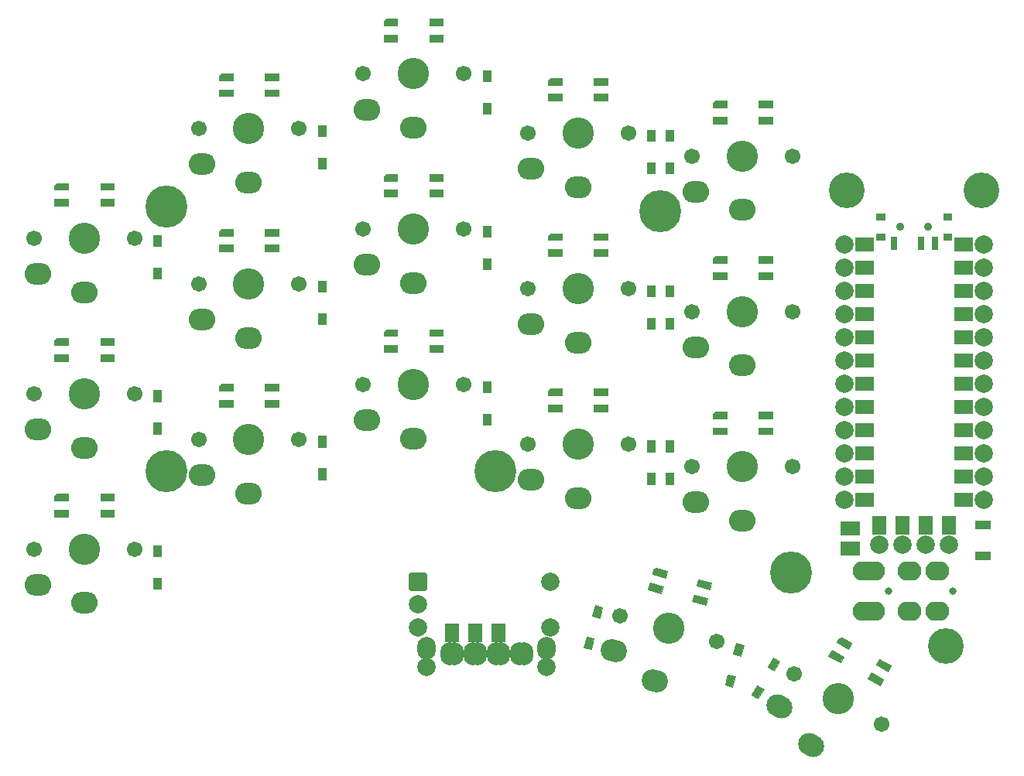
<source format=gbs>
G04 #@! TF.GenerationSoftware,KiCad,Pcbnew,7.0.2-0*
G04 #@! TF.CreationDate,2023-05-28T19:55:49+02:00*
G04 #@! TF.ProjectId,arkenswoop,61726b65-6e73-4776-9f6f-702e6b696361,0.4.2*
G04 #@! TF.SameCoordinates,Original*
G04 #@! TF.FileFunction,Soldermask,Bot*
G04 #@! TF.FilePolarity,Negative*
%FSLAX46Y46*%
G04 Gerber Fmt 4.6, Leading zero omitted, Abs format (unit mm)*
G04 Created by KiCad (PCBNEW 7.0.2-0) date 2023-05-28 19:55:49*
%MOMM*%
%LPD*%
G01*
G04 APERTURE LIST*
G04 Aperture macros list*
%AMRoundRect*
0 Rectangle with rounded corners*
0 $1 Rounding radius*
0 $2 $3 $4 $5 $6 $7 $8 $9 X,Y pos of 4 corners*
0 Add a 4 corners polygon primitive as box body*
4,1,4,$2,$3,$4,$5,$6,$7,$8,$9,$2,$3,0*
0 Add four circle primitives for the rounded corners*
1,1,$1+$1,$2,$3*
1,1,$1+$1,$4,$5*
1,1,$1+$1,$6,$7*
1,1,$1+$1,$8,$9*
0 Add four rect primitives between the rounded corners*
20,1,$1+$1,$2,$3,$4,$5,0*
20,1,$1+$1,$4,$5,$6,$7,0*
20,1,$1+$1,$6,$7,$8,$9,0*
20,1,$1+$1,$8,$9,$2,$3,0*%
%AMHorizOval*
0 Thick line with rounded ends*
0 $1 width*
0 $2 $3 position (X,Y) of the first rounded end (center of the circle)*
0 $4 $5 position (X,Y) of the second rounded end (center of the circle)*
0 Add line between two ends*
20,1,$1,$2,$3,$4,$5,0*
0 Add two circle primitives to create the rounded ends*
1,1,$1,$2,$3*
1,1,$1,$4,$5*%
%AMFreePoly0*
4,1,22,0.686777,0.580194,0.756366,0.524698,0.794986,0.444504,0.800000,0.400000,0.800000,0.200000,0.780194,0.113223,0.741421,0.058579,0.141421,-0.541421,0.066056,-0.588777,-0.022393,-0.598742,-0.106406,-0.569345,-0.141421,-0.541421,-0.741421,0.058579,-0.788777,0.133944,-0.800000,0.200000,-0.800000,0.400000,-0.780194,0.486777,-0.724698,0.556366,-0.644504,0.594986,-0.600000,0.600000,
0.600000,0.600000,0.686777,0.580194,0.686777,0.580194,$1*%
%AMFreePoly1*
4,1,26,0.706406,1.169345,0.769345,1.106406,0.798742,1.022393,0.800000,1.000000,0.800000,-0.250000,0.780194,-0.336777,0.724698,-0.406366,0.644504,-0.444986,0.600000,-0.450000,-0.600000,-0.450000,-0.686777,-0.430194,-0.756366,-0.374698,-0.794986,-0.294504,-0.800000,-0.250000,-0.800000,1.000000,-0.780194,1.086777,-0.724698,1.156366,-0.644504,1.194986,-0.555496,1.194986,-0.475302,1.156366,
-0.458579,1.141421,0.000000,0.682842,0.458579,1.141421,0.533944,1.188777,0.622393,1.198742,0.706406,1.169345,0.706406,1.169345,$1*%
G04 Aperture macros list end*
%ADD10C,0.100000*%
%ADD11C,4.600000*%
%ADD12C,1.701800*%
%ADD13C,3.429000*%
%ADD14O,2.900000X2.400000*%
%ADD15O,2.000000X2.500000*%
%ADD16FreePoly0,180.000000*%
%ADD17FreePoly1,180.000000*%
%ADD18C,2.000000*%
%ADD19HorizOval,2.400000X0.216506X-0.125000X-0.216506X0.125000X0*%
%ADD20C,0.900000*%
%ADD21RoundRect,0.200000X-0.800000X-0.800000X0.800000X-0.800000X0.800000X0.800000X-0.800000X0.800000X0*%
%ADD22C,3.900000*%
%ADD23FreePoly0,90.000000*%
%ADD24FreePoly0,270.000000*%
%ADD25FreePoly1,90.000000*%
%ADD26FreePoly1,270.000000*%
%ADD27C,0.800000*%
%ADD28O,2.600000X2.100000*%
%ADD29HorizOval,2.400000X0.241481X-0.064705X-0.241481X0.064705X0*%
G04 APERTURE END LIST*
D10*
X115654545Y-70064476D02*
X114804545Y-70064476D01*
X114804545Y-68864476D01*
X115654545Y-68864476D01*
X115654545Y-70064476D01*
G36*
X115654545Y-70064476D02*
G01*
X114804545Y-70064476D01*
X114804545Y-68864476D01*
X115654545Y-68864476D01*
X115654545Y-70064476D01*
G37*
X115654545Y-73614476D02*
X114804545Y-73614476D01*
X114804545Y-72414476D01*
X115654545Y-72414476D01*
X115654545Y-73614476D01*
G36*
X115654545Y-73614476D02*
G01*
X114804545Y-73614476D01*
X114804545Y-72414476D01*
X115654545Y-72414476D01*
X115654545Y-73614476D01*
G37*
X74479541Y-83689973D02*
X72979541Y-83689973D01*
X72979541Y-82939973D01*
X74479541Y-82939973D01*
X74479541Y-83689973D01*
G36*
X74479541Y-83689973D02*
G01*
X72979541Y-83689973D01*
X72979541Y-82939973D01*
X74479541Y-82939973D01*
X74479541Y-83689973D01*
G37*
X74479541Y-81939973D02*
X72979541Y-81939973D01*
X72979541Y-81189973D01*
X74479541Y-81189973D01*
X74479541Y-81939973D01*
G36*
X74479541Y-81939973D02*
G01*
X72979541Y-81939973D01*
X72979541Y-81189973D01*
X74479541Y-81189973D01*
X74479541Y-81939973D01*
G37*
X69479541Y-83689973D02*
X67979541Y-83689973D01*
X67979541Y-82939973D01*
X69479541Y-82939973D01*
X69479541Y-83689973D01*
G36*
X69479541Y-83689973D02*
G01*
X67979541Y-83689973D01*
X67979541Y-82939973D01*
X69479541Y-82939973D01*
X69479541Y-83689973D01*
G37*
X69479541Y-81939973D02*
X67979541Y-81939973D01*
X67979541Y-81439973D01*
X68229541Y-81189973D01*
X69479541Y-81189973D01*
X69479541Y-81939973D01*
G36*
X69479541Y-81939973D02*
G01*
X67979541Y-81939973D01*
X67979541Y-81439973D01*
X68229541Y-81189973D01*
X69479541Y-81189973D01*
X69479541Y-81939973D01*
G37*
X111933509Y-131074094D02*
X110917509Y-131074094D01*
X110917509Y-130058094D01*
X111933509Y-130058094D01*
X111933509Y-131074094D01*
G36*
X111933509Y-131074094D02*
G01*
X110917509Y-131074094D01*
X110917509Y-130058094D01*
X111933509Y-130058094D01*
X111933509Y-131074094D01*
G37*
X114473509Y-131074094D02*
X113457509Y-131074094D01*
X113457509Y-130058094D01*
X114473509Y-130058094D01*
X114473509Y-131074094D01*
G36*
X114473509Y-131074094D02*
G01*
X113457509Y-131074094D01*
X113457509Y-130058094D01*
X114473509Y-130058094D01*
X114473509Y-131074094D01*
G37*
X117013509Y-131074094D02*
X115997509Y-131074094D01*
X115997509Y-130058094D01*
X117013509Y-130058094D01*
X117013509Y-131074094D01*
G36*
X117013509Y-131074094D02*
G01*
X115997509Y-131074094D01*
X115997509Y-130058094D01*
X117013509Y-130058094D01*
X117013509Y-131074094D01*
G37*
X146479547Y-74689469D02*
X144979547Y-74689469D01*
X144979547Y-73939469D01*
X146479547Y-73939469D01*
X146479547Y-74689469D01*
G36*
X146479547Y-74689469D02*
G01*
X144979547Y-74689469D01*
X144979547Y-73939469D01*
X146479547Y-73939469D01*
X146479547Y-74689469D01*
G37*
X146479547Y-72939469D02*
X144979547Y-72939469D01*
X144979547Y-72189469D01*
X146479547Y-72189469D01*
X146479547Y-72939469D01*
G36*
X146479547Y-72939469D02*
G01*
X144979547Y-72939469D01*
X144979547Y-72189469D01*
X146479547Y-72189469D01*
X146479547Y-72939469D01*
G37*
X141479547Y-74689469D02*
X139979547Y-74689469D01*
X139979547Y-73939469D01*
X141479547Y-73939469D01*
X141479547Y-74689469D01*
G36*
X141479547Y-74689469D02*
G01*
X139979547Y-74689469D01*
X139979547Y-73939469D01*
X141479547Y-73939469D01*
X141479547Y-74689469D01*
G37*
X141479547Y-72939469D02*
X139979547Y-72939469D01*
X139979547Y-72439469D01*
X140229547Y-72189469D01*
X141479547Y-72189469D01*
X141479547Y-72939469D01*
G36*
X141479547Y-72939469D02*
G01*
X139979547Y-72939469D01*
X139979547Y-72439469D01*
X140229547Y-72189469D01*
X141479547Y-72189469D01*
X141479547Y-72939469D01*
G37*
X79654545Y-105064969D02*
X78804545Y-105064969D01*
X78804545Y-103864969D01*
X79654545Y-103864969D01*
X79654545Y-105064969D01*
G36*
X79654545Y-105064969D02*
G01*
X78804545Y-105064969D01*
X78804545Y-103864969D01*
X79654545Y-103864969D01*
X79654545Y-105064969D01*
G37*
X79654545Y-108614969D02*
X78804545Y-108614969D01*
X78804545Y-107414969D01*
X79654545Y-107414969D01*
X79654545Y-108614969D01*
G36*
X79654545Y-108614969D02*
G01*
X78804545Y-108614969D01*
X78804545Y-107414969D01*
X79654545Y-107414969D01*
X79654545Y-108614969D01*
G37*
X92479543Y-71689972D02*
X90979543Y-71689972D01*
X90979543Y-70939972D01*
X92479543Y-70939972D01*
X92479543Y-71689972D01*
G36*
X92479543Y-71689972D02*
G01*
X90979543Y-71689972D01*
X90979543Y-70939972D01*
X92479543Y-70939972D01*
X92479543Y-71689972D01*
G37*
X92479543Y-69939972D02*
X90979543Y-69939972D01*
X90979543Y-69189972D01*
X92479543Y-69189972D01*
X92479543Y-69939972D01*
G36*
X92479543Y-69939972D02*
G01*
X90979543Y-69939972D01*
X90979543Y-69189972D01*
X92479543Y-69189972D01*
X92479543Y-69939972D01*
G37*
X87479543Y-71689972D02*
X85979543Y-71689972D01*
X85979543Y-70939972D01*
X87479543Y-70939972D01*
X87479543Y-71689972D01*
G36*
X87479543Y-71689972D02*
G01*
X85979543Y-71689972D01*
X85979543Y-70939972D01*
X87479543Y-70939972D01*
X87479543Y-71689972D01*
G37*
X87479543Y-69939972D02*
X85979543Y-69939972D01*
X85979543Y-69439972D01*
X86229543Y-69189972D01*
X87479543Y-69189972D01*
X87479543Y-69939972D01*
G36*
X87479543Y-69939972D02*
G01*
X85979543Y-69939972D01*
X85979543Y-69439972D01*
X86229543Y-69189972D01*
X87479543Y-69189972D01*
X87479543Y-69939972D01*
G37*
X110479547Y-99689471D02*
X108979547Y-99689471D01*
X108979547Y-98939471D01*
X110479547Y-98939471D01*
X110479547Y-99689471D01*
G36*
X110479547Y-99689471D02*
G01*
X108979547Y-99689471D01*
X108979547Y-98939471D01*
X110479547Y-98939471D01*
X110479547Y-99689471D01*
G37*
X110479547Y-97939471D02*
X108979547Y-97939471D01*
X108979547Y-97189471D01*
X110479547Y-97189471D01*
X110479547Y-97939471D01*
G36*
X110479547Y-97939471D02*
G01*
X108979547Y-97939471D01*
X108979547Y-97189471D01*
X110479547Y-97189471D01*
X110479547Y-97939471D01*
G37*
X105479547Y-99689471D02*
X103979547Y-99689471D01*
X103979547Y-98939471D01*
X105479547Y-98939471D01*
X105479547Y-99689471D01*
G36*
X105479547Y-99689471D02*
G01*
X103979547Y-99689471D01*
X103979547Y-98939471D01*
X105479547Y-98939471D01*
X105479547Y-99689471D01*
G37*
X105479547Y-97939471D02*
X103979547Y-97939471D01*
X103979547Y-97439471D01*
X104229547Y-97189471D01*
X105479547Y-97189471D01*
X105479547Y-97939471D01*
G36*
X105479547Y-97939471D02*
G01*
X103979547Y-97939471D01*
X103979547Y-97439471D01*
X104229547Y-97189471D01*
X105479547Y-97189471D01*
X105479547Y-97939471D01*
G37*
X170284349Y-122342734D02*
X168684349Y-122342734D01*
X168684349Y-121542734D01*
X170284349Y-121542734D01*
X170284349Y-122342734D01*
G36*
X170284349Y-122342734D02*
G01*
X168684349Y-122342734D01*
X168684349Y-121542734D01*
X170284349Y-121542734D01*
X170284349Y-122342734D01*
G37*
X170284349Y-118942734D02*
X168684349Y-118942734D01*
X168684349Y-118142734D01*
X170284349Y-118142734D01*
X170284349Y-118942734D01*
G36*
X170284349Y-118942734D02*
G01*
X168684349Y-118942734D01*
X168684349Y-118142734D01*
X170284349Y-118142734D01*
X170284349Y-118942734D01*
G37*
X79654544Y-88064965D02*
X78804544Y-88064965D01*
X78804544Y-86864965D01*
X79654544Y-86864965D01*
X79654544Y-88064965D01*
G36*
X79654544Y-88064965D02*
G01*
X78804544Y-88064965D01*
X78804544Y-86864965D01*
X79654544Y-86864965D01*
X79654544Y-88064965D01*
G37*
X79654544Y-91614965D02*
X78804544Y-91614965D01*
X78804544Y-90414965D01*
X79654544Y-90414965D01*
X79654544Y-91614965D01*
G36*
X79654544Y-91614965D02*
G01*
X78804544Y-91614965D01*
X78804544Y-90414965D01*
X79654544Y-90414965D01*
X79654544Y-91614965D01*
G37*
X110479543Y-65689473D02*
X108979543Y-65689473D01*
X108979543Y-64939473D01*
X110479543Y-64939473D01*
X110479543Y-65689473D01*
G36*
X110479543Y-65689473D02*
G01*
X108979543Y-65689473D01*
X108979543Y-64939473D01*
X110479543Y-64939473D01*
X110479543Y-65689473D01*
G37*
X110479543Y-63939473D02*
X108979543Y-63939473D01*
X108979543Y-63189473D01*
X110479543Y-63189473D01*
X110479543Y-63939473D01*
G36*
X110479543Y-63939473D02*
G01*
X108979543Y-63939473D01*
X108979543Y-63189473D01*
X110479543Y-63189473D01*
X110479543Y-63939473D01*
G37*
X105479543Y-65689473D02*
X103979543Y-65689473D01*
X103979543Y-64939473D01*
X105479543Y-64939473D01*
X105479543Y-65689473D01*
G36*
X105479543Y-65689473D02*
G01*
X103979543Y-65689473D01*
X103979543Y-64939473D01*
X105479543Y-64939473D01*
X105479543Y-65689473D01*
G37*
X105479543Y-63939473D02*
X103979543Y-63939473D01*
X103979543Y-63439473D01*
X104229543Y-63189473D01*
X105479543Y-63189473D01*
X105479543Y-63939473D01*
G36*
X105479543Y-63939473D02*
G01*
X103979543Y-63939473D01*
X103979543Y-63439473D01*
X104229543Y-63189473D01*
X105479543Y-63189473D01*
X105479543Y-63939473D01*
G37*
X146479547Y-91689475D02*
X144979547Y-91689475D01*
X144979547Y-90939475D01*
X146479547Y-90939475D01*
X146479547Y-91689475D01*
G36*
X146479547Y-91689475D02*
G01*
X144979547Y-91689475D01*
X144979547Y-90939475D01*
X146479547Y-90939475D01*
X146479547Y-91689475D01*
G37*
X146479547Y-89939475D02*
X144979547Y-89939475D01*
X144979547Y-89189475D01*
X146479547Y-89189475D01*
X146479547Y-89939475D01*
G36*
X146479547Y-89939475D02*
G01*
X144979547Y-89939475D01*
X144979547Y-89189475D01*
X146479547Y-89189475D01*
X146479547Y-89939475D01*
G37*
X141479547Y-91689475D02*
X139979547Y-91689475D01*
X139979547Y-90939475D01*
X141479547Y-90939475D01*
X141479547Y-91689475D01*
G36*
X141479547Y-91689475D02*
G01*
X139979547Y-91689475D01*
X139979547Y-90939475D01*
X141479547Y-90939475D01*
X141479547Y-91689475D01*
G37*
X141479547Y-89939475D02*
X139979547Y-89939475D01*
X139979547Y-89439475D01*
X140229547Y-89189475D01*
X141479547Y-89189475D01*
X141479547Y-89939475D01*
G36*
X141479547Y-89939475D02*
G01*
X139979547Y-89939475D01*
X139979547Y-89439475D01*
X140229547Y-89189475D01*
X141479547Y-89189475D01*
X141479547Y-89939475D01*
G37*
X166094573Y-87440134D02*
X165194573Y-87440134D01*
X165194573Y-86740134D01*
X166094573Y-86740134D01*
X166094573Y-87440134D01*
G36*
X166094573Y-87440134D02*
G01*
X165194573Y-87440134D01*
X165194573Y-86740134D01*
X166094573Y-86740134D01*
X166094573Y-87440134D01*
G37*
X166094573Y-85240134D02*
X165194573Y-85240134D01*
X165194573Y-84540134D01*
X166094573Y-84540134D01*
X166094573Y-85240134D01*
G36*
X166094573Y-85240134D02*
G01*
X165194573Y-85240134D01*
X165194573Y-84540134D01*
X166094573Y-84540134D01*
X166094573Y-85240134D01*
G37*
X164544573Y-88440134D02*
X163944573Y-88440134D01*
X163944573Y-87040134D01*
X164544573Y-87040134D01*
X164544573Y-88440134D01*
G36*
X164544573Y-88440134D02*
G01*
X163944573Y-88440134D01*
X163944573Y-87040134D01*
X164544573Y-87040134D01*
X164544573Y-88440134D01*
G37*
X163044573Y-88440134D02*
X162444573Y-88440134D01*
X162444573Y-87040134D01*
X163044573Y-87040134D01*
X163044573Y-88440134D01*
G36*
X163044573Y-88440134D02*
G01*
X162444573Y-88440134D01*
X162444573Y-87040134D01*
X163044573Y-87040134D01*
X163044573Y-88440134D01*
G37*
X160044573Y-88440134D02*
X159444573Y-88440134D01*
X159444573Y-87040134D01*
X160044573Y-87040134D01*
X160044573Y-88440134D01*
G36*
X160044573Y-88440134D02*
G01*
X159444573Y-88440134D01*
X159444573Y-87040134D01*
X160044573Y-87040134D01*
X160044573Y-88440134D01*
G37*
X158794573Y-87440134D02*
X157894573Y-87440134D01*
X157894573Y-86740134D01*
X158794573Y-86740134D01*
X158794573Y-87440134D01*
G36*
X158794573Y-87440134D02*
G01*
X157894573Y-87440134D01*
X157894573Y-86740134D01*
X158794573Y-86740134D01*
X158794573Y-87440134D01*
G37*
X158794573Y-85240134D02*
X157894573Y-85240134D01*
X157894573Y-84540134D01*
X158794573Y-84540134D01*
X158794573Y-85240134D01*
G36*
X158794573Y-85240134D02*
G01*
X157894573Y-85240134D01*
X157894573Y-84540134D01*
X158794573Y-84540134D01*
X158794573Y-85240134D01*
G37*
X158631093Y-135519182D02*
X158256093Y-136168701D01*
X156957054Y-135418701D01*
X157332054Y-134769182D01*
X158631093Y-135519182D01*
G36*
X158631093Y-135519182D02*
G01*
X158256093Y-136168701D01*
X156957054Y-135418701D01*
X157332054Y-134769182D01*
X158631093Y-135519182D01*
G37*
X159506093Y-134003638D02*
X159131093Y-134653157D01*
X157832054Y-133903157D01*
X158207054Y-133253638D01*
X159506093Y-134003638D01*
G36*
X159506093Y-134003638D02*
G01*
X159131093Y-134653157D01*
X157832054Y-133903157D01*
X158207054Y-133253638D01*
X159506093Y-134003638D01*
G37*
X154300966Y-133019182D02*
X153925966Y-133668701D01*
X152626927Y-132918701D01*
X153001927Y-132269182D01*
X154300966Y-133019182D01*
G36*
X154300966Y-133019182D02*
G01*
X153925966Y-133668701D01*
X152626927Y-132918701D01*
X153001927Y-132269182D01*
X154300966Y-133019182D01*
G37*
X155175966Y-131503638D02*
X154800966Y-132153157D01*
X153501927Y-131403157D01*
X153751927Y-130970144D01*
X154093434Y-130878638D01*
X155175966Y-131503638D01*
G36*
X155175966Y-131503638D02*
G01*
X154800966Y-132153157D01*
X153501927Y-131403157D01*
X153751927Y-130970144D01*
X154093434Y-130878638D01*
X155175966Y-131503638D01*
G37*
X135654544Y-110564474D02*
X134804544Y-110564474D01*
X134804544Y-109364474D01*
X135654544Y-109364474D01*
X135654544Y-110564474D01*
G36*
X135654544Y-110564474D02*
G01*
X134804544Y-110564474D01*
X134804544Y-109364474D01*
X135654544Y-109364474D01*
X135654544Y-110564474D01*
G37*
X135654544Y-114114474D02*
X134804544Y-114114474D01*
X134804544Y-112914474D01*
X135654544Y-112914474D01*
X135654544Y-114114474D01*
G36*
X135654544Y-114114474D02*
G01*
X134804544Y-114114474D01*
X134804544Y-112914474D01*
X135654544Y-112914474D01*
X135654544Y-114114474D01*
G37*
X133653549Y-76564472D02*
X132803549Y-76564472D01*
X132803549Y-75364472D01*
X133653549Y-75364472D01*
X133653549Y-76564472D01*
G36*
X133653549Y-76564472D02*
G01*
X132803549Y-76564472D01*
X132803549Y-75364472D01*
X133653549Y-75364472D01*
X133653549Y-76564472D01*
G37*
X133653549Y-80114472D02*
X132803549Y-80114472D01*
X132803549Y-78914472D01*
X133653549Y-78914472D01*
X133653549Y-80114472D01*
G36*
X133653549Y-80114472D02*
G01*
X132803549Y-80114472D01*
X132803549Y-78914472D01*
X133653549Y-78914472D01*
X133653549Y-80114472D01*
G37*
X115654549Y-87064466D02*
X114804549Y-87064466D01*
X114804549Y-85864466D01*
X115654549Y-85864466D01*
X115654549Y-87064466D01*
G36*
X115654549Y-87064466D02*
G01*
X114804549Y-87064466D01*
X114804549Y-85864466D01*
X115654549Y-85864466D01*
X115654549Y-87064466D01*
G37*
X115654549Y-90614466D02*
X114804549Y-90614466D01*
X114804549Y-89414466D01*
X115654549Y-89414466D01*
X115654549Y-90614466D01*
G36*
X115654549Y-90614466D02*
G01*
X114804549Y-90614466D01*
X114804549Y-89414466D01*
X115654549Y-89414466D01*
X115654549Y-90614466D01*
G37*
X133653550Y-93564471D02*
X132803550Y-93564471D01*
X132803550Y-92364471D01*
X133653550Y-92364471D01*
X133653550Y-93564471D01*
G36*
X133653550Y-93564471D02*
G01*
X132803550Y-93564471D01*
X132803550Y-92364471D01*
X133653550Y-92364471D01*
X133653550Y-93564471D01*
G37*
X133653550Y-97114471D02*
X132803550Y-97114471D01*
X132803550Y-95914471D01*
X133653550Y-95914471D01*
X133653550Y-97114471D01*
G36*
X133653550Y-97114471D02*
G01*
X132803550Y-97114471D01*
X132803550Y-95914471D01*
X133653550Y-95914471D01*
X133653550Y-97114471D01*
G37*
X135654551Y-76564473D02*
X134804551Y-76564473D01*
X134804551Y-75364473D01*
X135654551Y-75364473D01*
X135654551Y-76564473D01*
G36*
X135654551Y-76564473D02*
G01*
X134804551Y-76564473D01*
X134804551Y-75364473D01*
X135654551Y-75364473D01*
X135654551Y-76564473D01*
G37*
X135654551Y-80114473D02*
X134804551Y-80114473D01*
X134804551Y-78914473D01*
X135654551Y-78914473D01*
X135654551Y-80114473D01*
G36*
X135654551Y-80114473D02*
G01*
X134804551Y-80114473D01*
X134804551Y-78914473D01*
X135654551Y-78914473D01*
X135654551Y-80114473D01*
G37*
X156914574Y-88391137D02*
X155898574Y-88391137D01*
X155898574Y-87375137D01*
X156914574Y-87375137D01*
X156914574Y-88391137D01*
G36*
X156914574Y-88391137D02*
G01*
X155898574Y-88391137D01*
X155898574Y-87375137D01*
X156914574Y-87375137D01*
X156914574Y-88391137D01*
G37*
X156914574Y-90931137D02*
X155898574Y-90931137D01*
X155898574Y-89915137D01*
X156914574Y-89915137D01*
X156914574Y-90931137D01*
G36*
X156914574Y-90931137D02*
G01*
X155898574Y-90931137D01*
X155898574Y-89915137D01*
X156914574Y-89915137D01*
X156914574Y-90931137D01*
G37*
X156914574Y-93471137D02*
X155898574Y-93471137D01*
X155898574Y-92455137D01*
X156914574Y-92455137D01*
X156914574Y-93471137D01*
G36*
X156914574Y-93471137D02*
G01*
X155898574Y-93471137D01*
X155898574Y-92455137D01*
X156914574Y-92455137D01*
X156914574Y-93471137D01*
G37*
X156914574Y-96011137D02*
X155898574Y-96011137D01*
X155898574Y-94995137D01*
X156914574Y-94995137D01*
X156914574Y-96011137D01*
G36*
X156914574Y-96011137D02*
G01*
X155898574Y-96011137D01*
X155898574Y-94995137D01*
X156914574Y-94995137D01*
X156914574Y-96011137D01*
G37*
X156914574Y-98551137D02*
X155898574Y-98551137D01*
X155898574Y-97535137D01*
X156914574Y-97535137D01*
X156914574Y-98551137D01*
G36*
X156914574Y-98551137D02*
G01*
X155898574Y-98551137D01*
X155898574Y-97535137D01*
X156914574Y-97535137D01*
X156914574Y-98551137D01*
G37*
X156914574Y-101091137D02*
X155898574Y-101091137D01*
X155898574Y-100075137D01*
X156914574Y-100075137D01*
X156914574Y-101091137D01*
G36*
X156914574Y-101091137D02*
G01*
X155898574Y-101091137D01*
X155898574Y-100075137D01*
X156914574Y-100075137D01*
X156914574Y-101091137D01*
G37*
X156914574Y-103631137D02*
X155898574Y-103631137D01*
X155898574Y-102615137D01*
X156914574Y-102615137D01*
X156914574Y-103631137D01*
G36*
X156914574Y-103631137D02*
G01*
X155898574Y-103631137D01*
X155898574Y-102615137D01*
X156914574Y-102615137D01*
X156914574Y-103631137D01*
G37*
X156914574Y-106171137D02*
X155898574Y-106171137D01*
X155898574Y-105155137D01*
X156914574Y-105155137D01*
X156914574Y-106171137D01*
G36*
X156914574Y-106171137D02*
G01*
X155898574Y-106171137D01*
X155898574Y-105155137D01*
X156914574Y-105155137D01*
X156914574Y-106171137D01*
G37*
X156914574Y-108711137D02*
X155898574Y-108711137D01*
X155898574Y-107695137D01*
X156914574Y-107695137D01*
X156914574Y-108711137D01*
G36*
X156914574Y-108711137D02*
G01*
X155898574Y-108711137D01*
X155898574Y-107695137D01*
X156914574Y-107695137D01*
X156914574Y-108711137D01*
G37*
X156914574Y-111251137D02*
X155898574Y-111251137D01*
X155898574Y-110235137D01*
X156914574Y-110235137D01*
X156914574Y-111251137D01*
G36*
X156914574Y-111251137D02*
G01*
X155898574Y-111251137D01*
X155898574Y-110235137D01*
X156914574Y-110235137D01*
X156914574Y-111251137D01*
G37*
X156914574Y-113791137D02*
X155898574Y-113791137D01*
X155898574Y-112775137D01*
X156914574Y-112775137D01*
X156914574Y-113791137D01*
G36*
X156914574Y-113791137D02*
G01*
X155898574Y-113791137D01*
X155898574Y-112775137D01*
X156914574Y-112775137D01*
X156914574Y-113791137D01*
G37*
X156914574Y-116331137D02*
X155898574Y-116331137D01*
X155898574Y-115315137D01*
X156914574Y-115315137D01*
X156914574Y-116331137D01*
G36*
X156914574Y-116331137D02*
G01*
X155898574Y-116331137D01*
X155898574Y-115315137D01*
X156914574Y-115315137D01*
X156914574Y-116331137D01*
G37*
X168090574Y-88391137D02*
X167074574Y-88391137D01*
X167074574Y-87375137D01*
X168090574Y-87375137D01*
X168090574Y-88391137D01*
G36*
X168090574Y-88391137D02*
G01*
X167074574Y-88391137D01*
X167074574Y-87375137D01*
X168090574Y-87375137D01*
X168090574Y-88391137D01*
G37*
X168090574Y-90931137D02*
X167074574Y-90931137D01*
X167074574Y-89915137D01*
X168090574Y-89915137D01*
X168090574Y-90931137D01*
G36*
X168090574Y-90931137D02*
G01*
X167074574Y-90931137D01*
X167074574Y-89915137D01*
X168090574Y-89915137D01*
X168090574Y-90931137D01*
G37*
X168090574Y-93471137D02*
X167074574Y-93471137D01*
X167074574Y-92455137D01*
X168090574Y-92455137D01*
X168090574Y-93471137D01*
G36*
X168090574Y-93471137D02*
G01*
X167074574Y-93471137D01*
X167074574Y-92455137D01*
X168090574Y-92455137D01*
X168090574Y-93471137D01*
G37*
X168090574Y-96011137D02*
X167074574Y-96011137D01*
X167074574Y-94995137D01*
X168090574Y-94995137D01*
X168090574Y-96011137D01*
G36*
X168090574Y-96011137D02*
G01*
X167074574Y-96011137D01*
X167074574Y-94995137D01*
X168090574Y-94995137D01*
X168090574Y-96011137D01*
G37*
X168090574Y-98551137D02*
X167074574Y-98551137D01*
X167074574Y-97535137D01*
X168090574Y-97535137D01*
X168090574Y-98551137D01*
G36*
X168090574Y-98551137D02*
G01*
X167074574Y-98551137D01*
X167074574Y-97535137D01*
X168090574Y-97535137D01*
X168090574Y-98551137D01*
G37*
X168090574Y-101091137D02*
X167074574Y-101091137D01*
X167074574Y-100075137D01*
X168090574Y-100075137D01*
X168090574Y-101091137D01*
G36*
X168090574Y-101091137D02*
G01*
X167074574Y-101091137D01*
X167074574Y-100075137D01*
X168090574Y-100075137D01*
X168090574Y-101091137D01*
G37*
X168090574Y-103631137D02*
X167074574Y-103631137D01*
X167074574Y-102615137D01*
X168090574Y-102615137D01*
X168090574Y-103631137D01*
G36*
X168090574Y-103631137D02*
G01*
X167074574Y-103631137D01*
X167074574Y-102615137D01*
X168090574Y-102615137D01*
X168090574Y-103631137D01*
G37*
X168090574Y-106171137D02*
X167074574Y-106171137D01*
X167074574Y-105155137D01*
X168090574Y-105155137D01*
X168090574Y-106171137D01*
G36*
X168090574Y-106171137D02*
G01*
X167074574Y-106171137D01*
X167074574Y-105155137D01*
X168090574Y-105155137D01*
X168090574Y-106171137D01*
G37*
X168090574Y-108711137D02*
X167074574Y-108711137D01*
X167074574Y-107695137D01*
X168090574Y-107695137D01*
X168090574Y-108711137D01*
G36*
X168090574Y-108711137D02*
G01*
X167074574Y-108711137D01*
X167074574Y-107695137D01*
X168090574Y-107695137D01*
X168090574Y-108711137D01*
G37*
X168090574Y-111251137D02*
X167074574Y-111251137D01*
X167074574Y-110235137D01*
X168090574Y-110235137D01*
X168090574Y-111251137D01*
G36*
X168090574Y-111251137D02*
G01*
X167074574Y-111251137D01*
X167074574Y-110235137D01*
X168090574Y-110235137D01*
X168090574Y-111251137D01*
G37*
X168090574Y-113791137D02*
X167074574Y-113791137D01*
X167074574Y-112775137D01*
X168090574Y-112775137D01*
X168090574Y-113791137D01*
G36*
X168090574Y-113791137D02*
G01*
X167074574Y-113791137D01*
X167074574Y-112775137D01*
X168090574Y-112775137D01*
X168090574Y-113791137D01*
G37*
X168090574Y-116331137D02*
X167074574Y-116331137D01*
X167074574Y-115315137D01*
X168090574Y-115315137D01*
X168090574Y-116331137D01*
G36*
X168090574Y-116331137D02*
G01*
X167074574Y-116331137D01*
X167074574Y-115315137D01*
X168090574Y-115315137D01*
X168090574Y-116331137D01*
G37*
X79654546Y-122064971D02*
X78804546Y-122064971D01*
X78804546Y-120864971D01*
X79654546Y-120864971D01*
X79654546Y-122064971D01*
G36*
X79654546Y-122064971D02*
G01*
X78804546Y-122064971D01*
X78804546Y-120864971D01*
X79654546Y-120864971D01*
X79654546Y-122064971D01*
G37*
X79654546Y-125614971D02*
X78804546Y-125614971D01*
X78804546Y-124414971D01*
X79654546Y-124414971D01*
X79654546Y-125614971D01*
G36*
X79654546Y-125614971D02*
G01*
X78804546Y-125614971D01*
X78804546Y-124414971D01*
X79654546Y-124414971D01*
X79654546Y-125614971D01*
G37*
X110479545Y-82689469D02*
X108979545Y-82689469D01*
X108979545Y-81939469D01*
X110479545Y-81939469D01*
X110479545Y-82689469D01*
G36*
X110479545Y-82689469D02*
G01*
X108979545Y-82689469D01*
X108979545Y-81939469D01*
X110479545Y-81939469D01*
X110479545Y-82689469D01*
G37*
X110479545Y-80939469D02*
X108979545Y-80939469D01*
X108979545Y-80189469D01*
X110479545Y-80189469D01*
X110479545Y-80939469D01*
G36*
X110479545Y-80939469D02*
G01*
X108979545Y-80939469D01*
X108979545Y-80189469D01*
X110479545Y-80189469D01*
X110479545Y-80939469D01*
G37*
X105479545Y-82689469D02*
X103979545Y-82689469D01*
X103979545Y-81939469D01*
X105479545Y-81939469D01*
X105479545Y-82689469D01*
G36*
X105479545Y-82689469D02*
G01*
X103979545Y-82689469D01*
X103979545Y-81939469D01*
X105479545Y-81939469D01*
X105479545Y-82689469D01*
G37*
X105479545Y-80939469D02*
X103979545Y-80939469D01*
X103979545Y-80439469D01*
X104229545Y-80189469D01*
X105479545Y-80189469D01*
X105479545Y-80939469D01*
G36*
X105479545Y-80939469D02*
G01*
X103979545Y-80939469D01*
X103979545Y-80439469D01*
X104229545Y-80189469D01*
X105479545Y-80189469D01*
X105479545Y-80939469D01*
G37*
X158692753Y-119338826D02*
X157676753Y-119338826D01*
X157676753Y-118322826D01*
X158692753Y-118322826D01*
X158692753Y-119338826D01*
G36*
X158692753Y-119338826D02*
G01*
X157676753Y-119338826D01*
X157676753Y-118322826D01*
X158692753Y-118322826D01*
X158692753Y-119338826D01*
G37*
X161232753Y-119338826D02*
X160216753Y-119338826D01*
X160216753Y-118322826D01*
X161232753Y-118322826D01*
X161232753Y-119338826D01*
G36*
X161232753Y-119338826D02*
G01*
X160216753Y-119338826D01*
X160216753Y-118322826D01*
X161232753Y-118322826D01*
X161232753Y-119338826D01*
G37*
X163772753Y-119338826D02*
X162756753Y-119338826D01*
X162756753Y-118322826D01*
X163772753Y-118322826D01*
X163772753Y-119338826D01*
G36*
X163772753Y-119338826D02*
G01*
X162756753Y-119338826D01*
X162756753Y-118322826D01*
X163772753Y-118322826D01*
X163772753Y-119338826D01*
G37*
X166312753Y-119338826D02*
X165296753Y-119338826D01*
X165296753Y-118322826D01*
X166312753Y-118322826D01*
X166312753Y-119338826D01*
G36*
X166312753Y-119338826D02*
G01*
X165296753Y-119338826D01*
X165296753Y-118322826D01*
X166312753Y-118322826D01*
X166312753Y-119338826D01*
G37*
X133653546Y-110564475D02*
X132803546Y-110564475D01*
X132803546Y-109364475D01*
X133653546Y-109364475D01*
X133653546Y-110564475D01*
G36*
X133653546Y-110564475D02*
G01*
X132803546Y-110564475D01*
X132803546Y-109364475D01*
X133653546Y-109364475D01*
X133653546Y-110564475D01*
G37*
X133653546Y-114114475D02*
X132803546Y-114114475D01*
X132803546Y-112914475D01*
X133653546Y-112914475D01*
X133653546Y-114114475D01*
G36*
X133653546Y-114114475D02*
G01*
X132803546Y-114114475D01*
X132803546Y-112914475D01*
X133653546Y-112914475D01*
X133653546Y-114114475D01*
G37*
X127908762Y-127616393D02*
X127598179Y-128775504D01*
X126777142Y-128555508D01*
X127087725Y-127396397D01*
X127908762Y-127616393D01*
G36*
X127908762Y-127616393D02*
G01*
X127598179Y-128775504D01*
X126777142Y-128555508D01*
X127087725Y-127396397D01*
X127908762Y-127616393D01*
G37*
X126989954Y-131045430D02*
X126679371Y-132204541D01*
X125858334Y-131984545D01*
X126168917Y-130825434D01*
X126989954Y-131045430D01*
G36*
X126989954Y-131045430D02*
G01*
X126679371Y-132204541D01*
X125858334Y-131984545D01*
X126168917Y-130825434D01*
X126989954Y-131045430D01*
G37*
X97654541Y-93064973D02*
X96804541Y-93064973D01*
X96804541Y-91864973D01*
X97654541Y-91864973D01*
X97654541Y-93064973D01*
G36*
X97654541Y-93064973D02*
G01*
X96804541Y-93064973D01*
X96804541Y-91864973D01*
X97654541Y-91864973D01*
X97654541Y-93064973D01*
G37*
X97654541Y-96614973D02*
X96804541Y-96614973D01*
X96804541Y-95414973D01*
X97654541Y-95414973D01*
X97654541Y-96614973D01*
G36*
X97654541Y-96614973D02*
G01*
X96804541Y-96614973D01*
X96804541Y-95414973D01*
X97654541Y-95414973D01*
X97654541Y-96614973D01*
G37*
X74479545Y-117689972D02*
X72979545Y-117689972D01*
X72979545Y-116939972D01*
X74479545Y-116939972D01*
X74479545Y-117689972D01*
G36*
X74479545Y-117689972D02*
G01*
X72979545Y-117689972D01*
X72979545Y-116939972D01*
X74479545Y-116939972D01*
X74479545Y-117689972D01*
G37*
X74479545Y-115939972D02*
X72979545Y-115939972D01*
X72979545Y-115189972D01*
X74479545Y-115189972D01*
X74479545Y-115939972D01*
G36*
X74479545Y-115939972D02*
G01*
X72979545Y-115939972D01*
X72979545Y-115189972D01*
X74479545Y-115189972D01*
X74479545Y-115939972D01*
G37*
X69479545Y-117689972D02*
X67979545Y-117689972D01*
X67979545Y-116939972D01*
X69479545Y-116939972D01*
X69479545Y-117689972D01*
G36*
X69479545Y-117689972D02*
G01*
X67979545Y-117689972D01*
X67979545Y-116939972D01*
X69479545Y-116939972D01*
X69479545Y-117689972D01*
G37*
X69479545Y-115939972D02*
X67979545Y-115939972D01*
X67979545Y-115439972D01*
X68229545Y-115189972D01*
X69479545Y-115189972D01*
X69479545Y-115939972D01*
G36*
X69479545Y-115939972D02*
G01*
X67979545Y-115939972D01*
X67979545Y-115439972D01*
X68229545Y-115189972D01*
X69479545Y-115189972D01*
X69479545Y-115939972D01*
G37*
X97654544Y-110064972D02*
X96804544Y-110064972D01*
X96804544Y-108864972D01*
X97654544Y-108864972D01*
X97654544Y-110064972D01*
G36*
X97654544Y-110064972D02*
G01*
X96804544Y-110064972D01*
X96804544Y-108864972D01*
X97654544Y-108864972D01*
X97654544Y-110064972D01*
G37*
X97654544Y-113614972D02*
X96804544Y-113614972D01*
X96804544Y-112414972D01*
X97654544Y-112414972D01*
X97654544Y-113614972D01*
G36*
X97654544Y-113614972D02*
G01*
X96804544Y-113614972D01*
X96804544Y-112414972D01*
X97654544Y-112414972D01*
X97654544Y-113614972D01*
G37*
X139380767Y-126626853D02*
X139186653Y-127351298D01*
X137737764Y-126963069D01*
X137931879Y-126238625D01*
X139380767Y-126626853D01*
G36*
X139380767Y-126626853D02*
G01*
X139186653Y-127351298D01*
X137737764Y-126963069D01*
X137931879Y-126238625D01*
X139380767Y-126626853D01*
G37*
X139833701Y-124936483D02*
X139639586Y-125660927D01*
X138190698Y-125272699D01*
X138384812Y-124548254D01*
X139833701Y-124936483D01*
G36*
X139833701Y-124936483D02*
G01*
X139639586Y-125660927D01*
X138190698Y-125272699D01*
X138384812Y-124548254D01*
X139833701Y-124936483D01*
G37*
X134551138Y-125332758D02*
X134357024Y-126057202D01*
X132908135Y-125668974D01*
X133102249Y-124944529D01*
X134551138Y-125332758D01*
G36*
X134551138Y-125332758D02*
G01*
X134357024Y-126057202D01*
X132908135Y-125668974D01*
X133102249Y-124944529D01*
X134551138Y-125332758D01*
G37*
X135004072Y-123642388D02*
X134809957Y-124366832D01*
X133361068Y-123978604D01*
X133490478Y-123495641D01*
X133796664Y-123318864D01*
X135004072Y-123642388D01*
G36*
X135004072Y-123642388D02*
G01*
X134809957Y-124366832D01*
X133361068Y-123978604D01*
X133490478Y-123495641D01*
X133796664Y-123318864D01*
X135004072Y-123642388D01*
G37*
X128478545Y-106189471D02*
X126978545Y-106189471D01*
X126978545Y-105439471D01*
X128478545Y-105439471D01*
X128478545Y-106189471D01*
G36*
X128478545Y-106189471D02*
G01*
X126978545Y-106189471D01*
X126978545Y-105439471D01*
X128478545Y-105439471D01*
X128478545Y-106189471D01*
G37*
X128478545Y-104439471D02*
X126978545Y-104439471D01*
X126978545Y-103689471D01*
X128478545Y-103689471D01*
X128478545Y-104439471D01*
G36*
X128478545Y-104439471D02*
G01*
X126978545Y-104439471D01*
X126978545Y-103689471D01*
X128478545Y-103689471D01*
X128478545Y-104439471D01*
G37*
X123478545Y-106189471D02*
X121978545Y-106189471D01*
X121978545Y-105439471D01*
X123478545Y-105439471D01*
X123478545Y-106189471D01*
G36*
X123478545Y-106189471D02*
G01*
X121978545Y-106189471D01*
X121978545Y-105439471D01*
X123478545Y-105439471D01*
X123478545Y-106189471D01*
G37*
X123478545Y-104439471D02*
X121978545Y-104439471D01*
X121978545Y-103939471D01*
X122228545Y-103689471D01*
X123478545Y-103689471D01*
X123478545Y-104439471D01*
G36*
X123478545Y-104439471D02*
G01*
X121978545Y-104439471D01*
X121978545Y-103939471D01*
X122228545Y-103689471D01*
X123478545Y-103689471D01*
X123478545Y-104439471D01*
G37*
X115654547Y-104064472D02*
X114804547Y-104064472D01*
X114804547Y-102864472D01*
X115654547Y-102864472D01*
X115654547Y-104064472D01*
G36*
X115654547Y-104064472D02*
G01*
X114804547Y-104064472D01*
X114804547Y-102864472D01*
X115654547Y-102864472D01*
X115654547Y-104064472D01*
G37*
X115654547Y-107614472D02*
X114804547Y-107614472D01*
X114804547Y-106414472D01*
X115654547Y-106414472D01*
X115654547Y-107614472D01*
G36*
X115654547Y-107614472D02*
G01*
X114804547Y-107614472D01*
X114804547Y-106414472D01*
X115654547Y-106414472D01*
X115654547Y-107614472D01*
G37*
X155961746Y-119641321D02*
X153961746Y-119641321D01*
X153961746Y-118241321D01*
X155961746Y-118241321D01*
X155961746Y-119641321D01*
G36*
X155961746Y-119641321D02*
G01*
X153961746Y-119641321D01*
X153961746Y-118241321D01*
X155961746Y-118241321D01*
X155961746Y-119641321D01*
G37*
X155961746Y-121841321D02*
X153961746Y-121841321D01*
X153961746Y-120441321D01*
X155961746Y-120441321D01*
X155961746Y-121841321D01*
G36*
X155961746Y-121841321D02*
G01*
X153961746Y-121841321D01*
X153961746Y-120441321D01*
X155961746Y-120441321D01*
X155961746Y-121841321D01*
G37*
X146479550Y-108689470D02*
X144979550Y-108689470D01*
X144979550Y-107939470D01*
X146479550Y-107939470D01*
X146479550Y-108689470D01*
G36*
X146479550Y-108689470D02*
G01*
X144979550Y-108689470D01*
X144979550Y-107939470D01*
X146479550Y-107939470D01*
X146479550Y-108689470D01*
G37*
X146479550Y-106939470D02*
X144979550Y-106939470D01*
X144979550Y-106189470D01*
X146479550Y-106189470D01*
X146479550Y-106939470D01*
G36*
X146479550Y-106939470D02*
G01*
X144979550Y-106939470D01*
X144979550Y-106189470D01*
X146479550Y-106189470D01*
X146479550Y-106939470D01*
G37*
X141479550Y-108689470D02*
X139979550Y-108689470D01*
X139979550Y-107939470D01*
X141479550Y-107939470D01*
X141479550Y-108689470D01*
G36*
X141479550Y-108689470D02*
G01*
X139979550Y-108689470D01*
X139979550Y-107939470D01*
X141479550Y-107939470D01*
X141479550Y-108689470D01*
G37*
X141479550Y-106939470D02*
X139979550Y-106939470D01*
X139979550Y-106439470D01*
X140229550Y-106189470D01*
X141479550Y-106189470D01*
X141479550Y-106939470D01*
G36*
X141479550Y-106939470D02*
G01*
X139979550Y-106939470D01*
X139979550Y-106439470D01*
X140229550Y-106189470D01*
X141479550Y-106189470D01*
X141479550Y-106939470D01*
G37*
X128478546Y-89189470D02*
X126978546Y-89189470D01*
X126978546Y-88439470D01*
X128478546Y-88439470D01*
X128478546Y-89189470D01*
G36*
X128478546Y-89189470D02*
G01*
X126978546Y-89189470D01*
X126978546Y-88439470D01*
X128478546Y-88439470D01*
X128478546Y-89189470D01*
G37*
X128478546Y-87439470D02*
X126978546Y-87439470D01*
X126978546Y-86689470D01*
X128478546Y-86689470D01*
X128478546Y-87439470D01*
G36*
X128478546Y-87439470D02*
G01*
X126978546Y-87439470D01*
X126978546Y-86689470D01*
X128478546Y-86689470D01*
X128478546Y-87439470D01*
G37*
X123478546Y-89189470D02*
X121978546Y-89189470D01*
X121978546Y-88439470D01*
X123478546Y-88439470D01*
X123478546Y-89189470D01*
G36*
X123478546Y-89189470D02*
G01*
X121978546Y-89189470D01*
X121978546Y-88439470D01*
X123478546Y-88439470D01*
X123478546Y-89189470D01*
G37*
X123478546Y-87439470D02*
X121978546Y-87439470D01*
X121978546Y-86939470D01*
X122228546Y-86689470D01*
X123478546Y-86689470D01*
X123478546Y-87439470D01*
G36*
X123478546Y-87439470D02*
G01*
X121978546Y-87439470D01*
X121978546Y-86939470D01*
X122228546Y-86689470D01*
X123478546Y-86689470D01*
X123478546Y-87439470D01*
G37*
X128478546Y-72189475D02*
X126978546Y-72189475D01*
X126978546Y-71439475D01*
X128478546Y-71439475D01*
X128478546Y-72189475D01*
G36*
X128478546Y-72189475D02*
G01*
X126978546Y-72189475D01*
X126978546Y-71439475D01*
X128478546Y-71439475D01*
X128478546Y-72189475D01*
G37*
X128478546Y-70439475D02*
X126978546Y-70439475D01*
X126978546Y-69689475D01*
X128478546Y-69689475D01*
X128478546Y-70439475D01*
G36*
X128478546Y-70439475D02*
G01*
X126978546Y-70439475D01*
X126978546Y-69689475D01*
X128478546Y-69689475D01*
X128478546Y-70439475D01*
G37*
X123478546Y-72189475D02*
X121978546Y-72189475D01*
X121978546Y-71439475D01*
X123478546Y-71439475D01*
X123478546Y-72189475D01*
G36*
X123478546Y-72189475D02*
G01*
X121978546Y-72189475D01*
X121978546Y-71439475D01*
X123478546Y-71439475D01*
X123478546Y-72189475D01*
G37*
X123478546Y-70439475D02*
X121978546Y-70439475D01*
X121978546Y-69939475D01*
X122228546Y-69689475D01*
X123478546Y-69689475D01*
X123478546Y-70439475D01*
G36*
X123478546Y-70439475D02*
G01*
X121978546Y-70439475D01*
X121978546Y-69939475D01*
X122228546Y-69689475D01*
X123478546Y-69689475D01*
X123478546Y-70439475D01*
G37*
X92479546Y-88689968D02*
X90979546Y-88689968D01*
X90979546Y-87939968D01*
X92479546Y-87939968D01*
X92479546Y-88689968D01*
G36*
X92479546Y-88689968D02*
G01*
X90979546Y-88689968D01*
X90979546Y-87939968D01*
X92479546Y-87939968D01*
X92479546Y-88689968D01*
G37*
X92479546Y-86939968D02*
X90979546Y-86939968D01*
X90979546Y-86189968D01*
X92479546Y-86189968D01*
X92479546Y-86939968D01*
G36*
X92479546Y-86939968D02*
G01*
X90979546Y-86939968D01*
X90979546Y-86189968D01*
X92479546Y-86189968D01*
X92479546Y-86939968D01*
G37*
X87479546Y-88689968D02*
X85979546Y-88689968D01*
X85979546Y-87939968D01*
X87479546Y-87939968D01*
X87479546Y-88689968D01*
G36*
X87479546Y-88689968D02*
G01*
X85979546Y-88689968D01*
X85979546Y-87939968D01*
X87479546Y-87939968D01*
X87479546Y-88689968D01*
G37*
X87479546Y-86939968D02*
X85979546Y-86939968D01*
X85979546Y-86439968D01*
X86229546Y-86189968D01*
X87479546Y-86189968D01*
X87479546Y-86939968D01*
G36*
X87479546Y-86939968D02*
G01*
X85979546Y-86939968D01*
X85979546Y-86439968D01*
X86229546Y-86189968D01*
X87479546Y-86189968D01*
X87479546Y-86939968D01*
G37*
X97654544Y-76064974D02*
X96804544Y-76064974D01*
X96804544Y-74864974D01*
X97654544Y-74864974D01*
X97654544Y-76064974D01*
G36*
X97654544Y-76064974D02*
G01*
X96804544Y-76064974D01*
X96804544Y-74864974D01*
X97654544Y-74864974D01*
X97654544Y-76064974D01*
G37*
X97654544Y-79614974D02*
X96804544Y-79614974D01*
X96804544Y-78414974D01*
X97654544Y-78414974D01*
X97654544Y-79614974D01*
G36*
X97654544Y-79614974D02*
G01*
X96804544Y-79614974D01*
X96804544Y-78414974D01*
X97654544Y-78414974D01*
X97654544Y-79614974D01*
G37*
X147312782Y-133513669D02*
X146712782Y-134552899D01*
X145976660Y-134127899D01*
X146576660Y-133088669D01*
X147312782Y-133513669D01*
G36*
X147312782Y-133513669D02*
G01*
X146712782Y-134552899D01*
X145976660Y-134127899D01*
X146576660Y-133088669D01*
X147312782Y-133513669D01*
G37*
X145537782Y-136588059D02*
X144937782Y-137627289D01*
X144201660Y-137202289D01*
X144801660Y-136163059D01*
X145537782Y-136588059D01*
G36*
X145537782Y-136588059D02*
G01*
X144937782Y-137627289D01*
X144201660Y-137202289D01*
X144801660Y-136163059D01*
X145537782Y-136588059D01*
G37*
X143363570Y-131757500D02*
X143052987Y-132916611D01*
X142231950Y-132696615D01*
X142542533Y-131537504D01*
X143363570Y-131757500D01*
G36*
X143363570Y-131757500D02*
G01*
X143052987Y-132916611D01*
X142231950Y-132696615D01*
X142542533Y-131537504D01*
X143363570Y-131757500D01*
G37*
X142444762Y-135186537D02*
X142134179Y-136345648D01*
X141313142Y-136125652D01*
X141623725Y-134966541D01*
X142444762Y-135186537D01*
G36*
X142444762Y-135186537D02*
G01*
X142134179Y-136345648D01*
X141313142Y-136125652D01*
X141623725Y-134966541D01*
X142444762Y-135186537D01*
G37*
X135654545Y-93564474D02*
X134804545Y-93564474D01*
X134804545Y-92364474D01*
X135654545Y-92364474D01*
X135654545Y-93564474D01*
G36*
X135654545Y-93564474D02*
G01*
X134804545Y-93564474D01*
X134804545Y-92364474D01*
X135654545Y-92364474D01*
X135654545Y-93564474D01*
G37*
X135654545Y-97114474D02*
X134804545Y-97114474D01*
X134804545Y-95914474D01*
X135654545Y-95914474D01*
X135654545Y-97114474D01*
G36*
X135654545Y-97114474D02*
G01*
X134804545Y-97114474D01*
X134804545Y-95914474D01*
X135654545Y-95914474D01*
X135654545Y-97114474D01*
G37*
X74479543Y-100689967D02*
X72979543Y-100689967D01*
X72979543Y-99939967D01*
X74479543Y-99939967D01*
X74479543Y-100689967D01*
G36*
X74479543Y-100689967D02*
G01*
X72979543Y-100689967D01*
X72979543Y-99939967D01*
X74479543Y-99939967D01*
X74479543Y-100689967D01*
G37*
X74479543Y-98939967D02*
X72979543Y-98939967D01*
X72979543Y-98189967D01*
X74479543Y-98189967D01*
X74479543Y-98939967D01*
G36*
X74479543Y-98939967D02*
G01*
X72979543Y-98939967D01*
X72979543Y-98189967D01*
X74479543Y-98189967D01*
X74479543Y-98939967D01*
G37*
X69479543Y-100689967D02*
X67979543Y-100689967D01*
X67979543Y-99939967D01*
X69479543Y-99939967D01*
X69479543Y-100689967D01*
G36*
X69479543Y-100689967D02*
G01*
X67979543Y-100689967D01*
X67979543Y-99939967D01*
X69479543Y-99939967D01*
X69479543Y-100689967D01*
G37*
X69479543Y-98939967D02*
X67979543Y-98939967D01*
X67979543Y-98439967D01*
X68229543Y-98189967D01*
X69479543Y-98189967D01*
X69479543Y-98939967D01*
G36*
X69479543Y-98939967D02*
G01*
X67979543Y-98939967D01*
X67979543Y-98439967D01*
X68229543Y-98189967D01*
X69479543Y-98189967D01*
X69479543Y-98939967D01*
G37*
X92479549Y-105689974D02*
X90979549Y-105689974D01*
X90979549Y-104939974D01*
X92479549Y-104939974D01*
X92479549Y-105689974D01*
G36*
X92479549Y-105689974D02*
G01*
X90979549Y-105689974D01*
X90979549Y-104939974D01*
X92479549Y-104939974D01*
X92479549Y-105689974D01*
G37*
X92479549Y-103939974D02*
X90979549Y-103939974D01*
X90979549Y-103189974D01*
X92479549Y-103189974D01*
X92479549Y-103939974D01*
G36*
X92479549Y-103939974D02*
G01*
X90979549Y-103939974D01*
X90979549Y-103189974D01*
X92479549Y-103189974D01*
X92479549Y-103939974D01*
G37*
X87479549Y-105689974D02*
X85979549Y-105689974D01*
X85979549Y-104939974D01*
X87479549Y-104939974D01*
X87479549Y-105689974D01*
G36*
X87479549Y-105689974D02*
G01*
X85979549Y-105689974D01*
X85979549Y-104939974D01*
X87479549Y-104939974D01*
X87479549Y-105689974D01*
G37*
X87479549Y-103939974D02*
X85979549Y-103939974D01*
X85979549Y-103439974D01*
X86229549Y-103189974D01*
X87479549Y-103189974D01*
X87479549Y-103939974D01*
G36*
X87479549Y-103939974D02*
G01*
X85979549Y-103939974D01*
X85979549Y-103439974D01*
X86229549Y-103189974D01*
X87479549Y-103189974D01*
X87479549Y-103939974D01*
G37*
D11*
X134228545Y-84239474D03*
D12*
X101729546Y-103239471D03*
D13*
X107229546Y-103239471D03*
D12*
X112729546Y-103239471D03*
D14*
X102129546Y-107139471D03*
X107229546Y-109139471D03*
D15*
X111163509Y-132695094D03*
D16*
X111425509Y-130820094D03*
D15*
X111687509Y-132695094D03*
X113703509Y-132695094D03*
D16*
X113965509Y-130820094D03*
D15*
X114227509Y-132695094D03*
X116243509Y-132695094D03*
D16*
X116505509Y-130820094D03*
D15*
X116767509Y-132695094D03*
X118783509Y-132695094D03*
X119307509Y-132695094D03*
D17*
X111425509Y-129804094D03*
X113965509Y-129804094D03*
X116505509Y-129804094D03*
D18*
X108687509Y-134170094D03*
X121783509Y-134170094D03*
D15*
X108687509Y-132070094D03*
X121783509Y-132070094D03*
D11*
X80229545Y-83739972D03*
D12*
X148903370Y-134868092D03*
D13*
X153666510Y-137618092D03*
D12*
X158429650Y-140368092D03*
D19*
X147299780Y-138445591D03*
X150716510Y-142727642D03*
D20*
X163494573Y-85990134D03*
X163494573Y-85990134D03*
X160494573Y-85990134D03*
X160494573Y-85990134D03*
D21*
X107735549Y-124819470D03*
D18*
X107735549Y-129819470D03*
X107735549Y-127319470D03*
X122235549Y-129819470D03*
X122235549Y-124819470D03*
D22*
X169385693Y-81989640D03*
D12*
X119728544Y-92739470D03*
D13*
X125228544Y-92739470D03*
D12*
X130728544Y-92739470D03*
D14*
X120128544Y-96639470D03*
X125228544Y-98639470D03*
D12*
X65729546Y-121239972D03*
D13*
X71229546Y-121239972D03*
D12*
X76729546Y-121239972D03*
D14*
X66129546Y-125139972D03*
X71229546Y-127139972D03*
D22*
X154604371Y-81990097D03*
D12*
X137729546Y-95239475D03*
D13*
X143229546Y-95239475D03*
D12*
X148729546Y-95239475D03*
D14*
X138129546Y-99139475D03*
X143229546Y-101139475D03*
D12*
X65729544Y-104239969D03*
D13*
X71229544Y-104239969D03*
D12*
X76729544Y-104239969D03*
D14*
X66129544Y-108139969D03*
X71229544Y-110139969D03*
D18*
X154374574Y-87883137D03*
X154374574Y-90423137D03*
X154374574Y-92963137D03*
X154374574Y-95503137D03*
X154374574Y-98043137D03*
X154374574Y-100583137D03*
X154374574Y-103123137D03*
X154374574Y-105663137D03*
X154374574Y-108203137D03*
X154374574Y-110743137D03*
X154374574Y-113283137D03*
X154374574Y-115823137D03*
D23*
X156152574Y-87883137D03*
X156152574Y-90423137D03*
X156152574Y-92963137D03*
X156152574Y-95503137D03*
X156152574Y-98043137D03*
X156152574Y-100583137D03*
X156152574Y-103123137D03*
X156152574Y-105663137D03*
X156152574Y-108203137D03*
X156152574Y-110743137D03*
X156152574Y-113283137D03*
X156152574Y-115823137D03*
D24*
X167836574Y-87883137D03*
X167836574Y-90423137D03*
X167836574Y-92963137D03*
X167836574Y-95503137D03*
X167836574Y-98043137D03*
X167836574Y-100583137D03*
X167836574Y-103123137D03*
X167836574Y-105663137D03*
X167836574Y-108203137D03*
X167836574Y-110743137D03*
X167836574Y-113283137D03*
X167836574Y-115823137D03*
D18*
X169614574Y-87883137D03*
X169614574Y-90423137D03*
X169614574Y-92963137D03*
X169614574Y-95503137D03*
X169614574Y-98043137D03*
X169614574Y-100583137D03*
X169614574Y-103123137D03*
X169614574Y-105663137D03*
X169614574Y-108203137D03*
X169614574Y-110743137D03*
X169614574Y-113283137D03*
X169614574Y-115823137D03*
D25*
X157168574Y-87883137D03*
X157168574Y-90423137D03*
X157168574Y-92963137D03*
X157168574Y-95503137D03*
X157168574Y-98043137D03*
X157168574Y-100583137D03*
X157168574Y-103123137D03*
X157168574Y-105663137D03*
X157168574Y-108203137D03*
X157168574Y-110743137D03*
X157168574Y-113283137D03*
X157168574Y-115823137D03*
D26*
X166820574Y-115823137D03*
X166820574Y-113283137D03*
X166820574Y-110743137D03*
X166820574Y-108203137D03*
X166820574Y-105663137D03*
X166820574Y-103123137D03*
X166820574Y-100583137D03*
X166820574Y-98043137D03*
X166820574Y-95503137D03*
X166820574Y-92963137D03*
X166820574Y-90423137D03*
X166820574Y-87883137D03*
D12*
X83729547Y-109239974D03*
D13*
X89229547Y-109239974D03*
D12*
X94729547Y-109239974D03*
D14*
X84129547Y-113139974D03*
X89229547Y-115139974D03*
D27*
X166209022Y-125814835D03*
X159209022Y-125814835D03*
D28*
X156609022Y-123614835D03*
X156609022Y-128014835D03*
X164509022Y-123614835D03*
X164509022Y-128014835D03*
X161509022Y-123614835D03*
X161509022Y-128014835D03*
X157509022Y-123614835D03*
X157509022Y-128014835D03*
D12*
X101729543Y-69239473D03*
D13*
X107229543Y-69239473D03*
D12*
X112729543Y-69239473D03*
D14*
X102129543Y-73139473D03*
X107229543Y-75139473D03*
D12*
X137729546Y-78239472D03*
D13*
X143229546Y-78239472D03*
D12*
X148729546Y-78239472D03*
D14*
X138129546Y-82139472D03*
X143229546Y-84139472D03*
D22*
X165490722Y-131887874D03*
D16*
X158184753Y-119084826D03*
D18*
X158184753Y-120742826D03*
D16*
X160724753Y-119084826D03*
D18*
X160724753Y-120742826D03*
D16*
X163264753Y-119084826D03*
D18*
X163264753Y-120742826D03*
D16*
X165804753Y-119084826D03*
D18*
X165804753Y-120742826D03*
D17*
X158184753Y-118068826D03*
X160724753Y-118068826D03*
X163264753Y-118068826D03*
X165804753Y-118068826D03*
D12*
X65729542Y-87239972D03*
D13*
X71229542Y-87239972D03*
D12*
X76729542Y-87239972D03*
D14*
X66129542Y-91139972D03*
X71229542Y-93139972D03*
D12*
X119728544Y-109739471D03*
D13*
X125228544Y-109739471D03*
D12*
X130728544Y-109739471D03*
D14*
X120128544Y-113639471D03*
X125228544Y-115639471D03*
D12*
X83729547Y-92239968D03*
D13*
X89229547Y-92239968D03*
D12*
X94729547Y-92239968D03*
D14*
X84129547Y-96139968D03*
X89229547Y-98139968D03*
D12*
X119728547Y-75739475D03*
D13*
X125228547Y-75739475D03*
D12*
X130728547Y-75739475D03*
D14*
X120128547Y-79639475D03*
X125228547Y-81639475D03*
D11*
X80229546Y-112739970D03*
D12*
X129815995Y-128515667D03*
D13*
X135128587Y-129939172D03*
D12*
X140441179Y-131362677D03*
D29*
X129192971Y-132386306D03*
X133601555Y-135638134D03*
D12*
X101729546Y-86239470D03*
D13*
X107229546Y-86239470D03*
D12*
X112729546Y-86239470D03*
D14*
X102129546Y-90139470D03*
X107229546Y-92139470D03*
D11*
X116229546Y-112739469D03*
X148510701Y-123849903D03*
D12*
X137729549Y-112239469D03*
D13*
X143229549Y-112239469D03*
D12*
X148729549Y-112239469D03*
D14*
X138129549Y-116139469D03*
X143229549Y-118139469D03*
D12*
X83729545Y-75239973D03*
D13*
X89229545Y-75239973D03*
D12*
X94729545Y-75239973D03*
D14*
X84129545Y-79139973D03*
X89229545Y-81139973D03*
M02*

</source>
